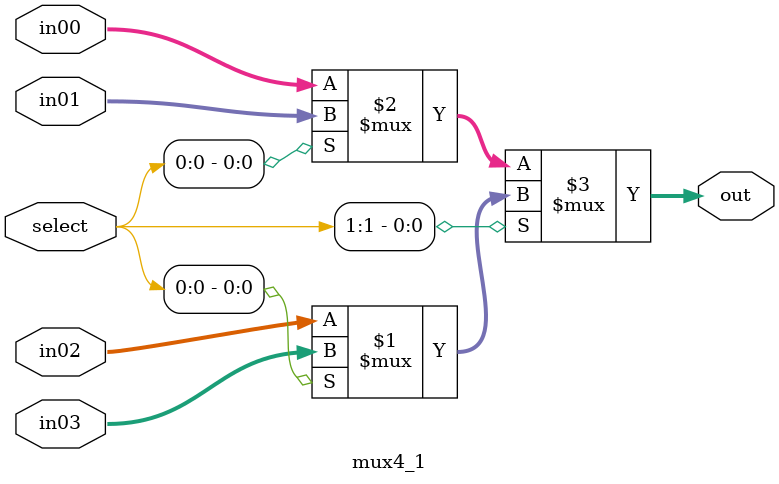
<source format=sv>
`timescale 1ns/1ps
`default_nettype none

module mux4_1(in00, in01, in02, in03, select, out);

  parameter N = 32;
  input wire [(N-1):0] in00, in01, in02, in03;
  input [1:0] select;
  output [(N-1):0] out;

  /* - When sel[1] is low, (sel[0] ? in01 : in00) is used.
     - When sel[1] is high, (sel[0] ? in03 : in02) is used.*/ 
  assign out = select[1] ? (select[0] ? in03 : in02) : (select[0] ? in01 : in00);
  
endmodule
</source>
